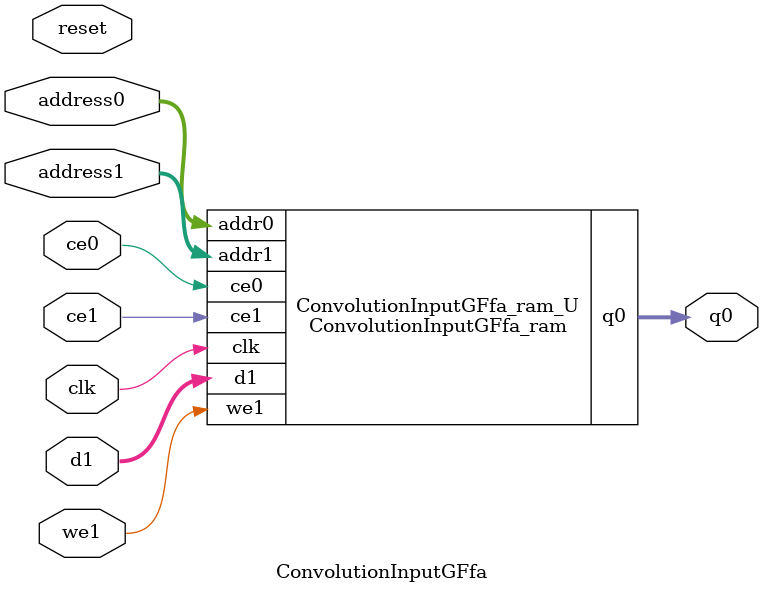
<source format=v>
`timescale 1 ns / 1 ps
module ConvolutionInputGFfa_ram (addr0, ce0, q0, addr1, ce1, d1, we1,  clk);

parameter DWIDTH = 32;
parameter AWIDTH = 5;
parameter MEM_SIZE = 20;

input[AWIDTH-1:0] addr0;
input ce0;
output reg[DWIDTH-1:0] q0;
input[AWIDTH-1:0] addr1;
input ce1;
input[DWIDTH-1:0] d1;
input we1;
input clk;

reg [DWIDTH-1:0] ram[0:MEM_SIZE-1];




always @(posedge clk)  
begin 
    if (ce0) begin
        q0 <= ram[addr0];
    end
end


always @(posedge clk)  
begin 
    if (ce1) begin
        if (we1) 
            ram[addr1] <= d1; 
    end
end


endmodule

`timescale 1 ns / 1 ps
module ConvolutionInputGFfa(
    reset,
    clk,
    address0,
    ce0,
    q0,
    address1,
    ce1,
    we1,
    d1);

parameter DataWidth = 32'd32;
parameter AddressRange = 32'd20;
parameter AddressWidth = 32'd5;
input reset;
input clk;
input[AddressWidth - 1:0] address0;
input ce0;
output[DataWidth - 1:0] q0;
input[AddressWidth - 1:0] address1;
input ce1;
input we1;
input[DataWidth - 1:0] d1;



ConvolutionInputGFfa_ram ConvolutionInputGFfa_ram_U(
    .clk( clk ),
    .addr0( address0 ),
    .ce0( ce0 ),
    .q0( q0 ),
    .addr1( address1 ),
    .ce1( ce1 ),
    .we1( we1 ),
    .d1( d1 ));

endmodule


</source>
